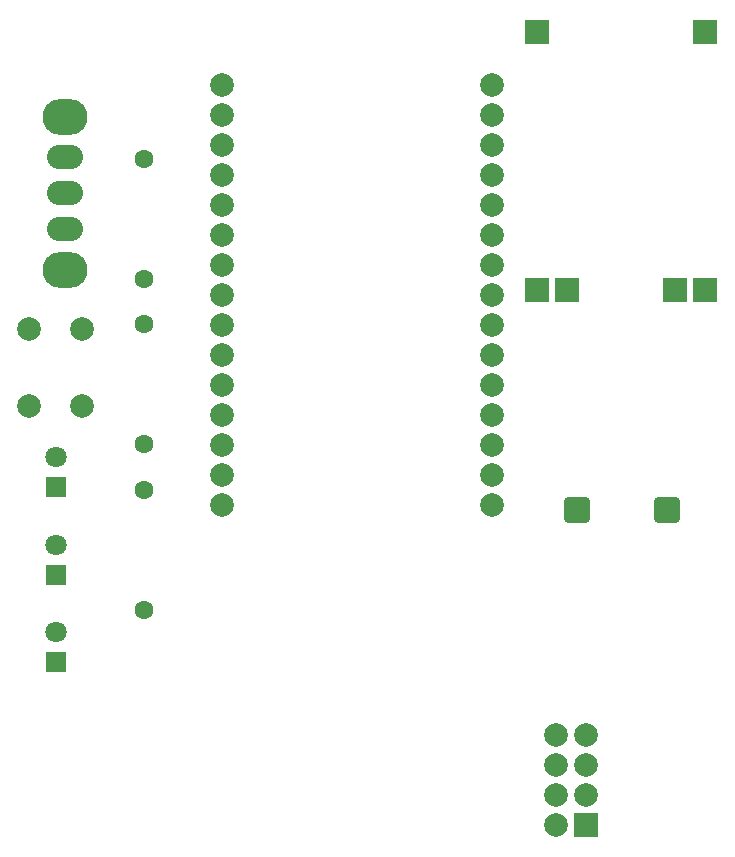
<source format=gbr>
%TF.GenerationSoftware,KiCad,Pcbnew,9.0.3*%
%TF.CreationDate,2025-10-27T16:18:56+03:00*%
%TF.ProjectId,ble_jammer_2.4ghz,626c655f-6a61-46d6-9d65-725f322e3467,rev?*%
%TF.SameCoordinates,Original*%
%TF.FileFunction,Soldermask,Bot*%
%TF.FilePolarity,Negative*%
%FSLAX46Y46*%
G04 Gerber Fmt 4.6, Leading zero omitted, Abs format (unit mm)*
G04 Created by KiCad (PCBNEW 9.0.3) date 2025-10-27 16:18:56*
%MOMM*%
%LPD*%
G01*
G04 APERTURE LIST*
G04 Aperture macros list*
%AMRoundRect*
0 Rectangle with rounded corners*
0 $1 Rounding radius*
0 $2 $3 $4 $5 $6 $7 $8 $9 X,Y pos of 4 corners*
0 Add a 4 corners polygon primitive as box body*
4,1,4,$2,$3,$4,$5,$6,$7,$8,$9,$2,$3,0*
0 Add four circle primitives for the rounded corners*
1,1,$1+$1,$2,$3*
1,1,$1+$1,$4,$5*
1,1,$1+$1,$6,$7*
1,1,$1+$1,$8,$9*
0 Add four rect primitives between the rounded corners*
20,1,$1+$1,$2,$3,$4,$5,0*
20,1,$1+$1,$4,$5,$6,$7,0*
20,1,$1+$1,$6,$7,$8,$9,0*
20,1,$1+$1,$8,$9,$2,$3,0*%
G04 Aperture macros list end*
%ADD10R,1.800000X1.800000*%
%ADD11C,1.800000*%
%ADD12C,2.000000*%
%ADD13RoundRect,0.250000X-0.825000X-0.825000X0.825000X-0.825000X0.825000X0.825000X-0.825000X0.825000X0*%
%ADD14O,3.810000X3.052000*%
%ADD15O,3.048000X2.032000*%
%ADD16R,2.032000X2.032000*%
%ADD17R,2.000000X2.000000*%
%ADD18C,1.600000*%
G04 APERTURE END LIST*
D10*
%TO.C,D2*%
X47500269Y-86097548D03*
D11*
X47500269Y-83557548D03*
%TD*%
D12*
%TO.C,ESP8266*%
X61600000Y-44650000D03*
X61600000Y-67510000D03*
X84460000Y-54810000D03*
X84460000Y-44650000D03*
X61600000Y-47190000D03*
X61600000Y-64970000D03*
X84460000Y-47190000D03*
X84460000Y-57350000D03*
X61600000Y-49730000D03*
X84460000Y-49730000D03*
X61600000Y-52270000D03*
X84460000Y-52270000D03*
X61600000Y-54810000D03*
X61600000Y-57350000D03*
X61600000Y-59890000D03*
X84460000Y-59890000D03*
X61600000Y-62430000D03*
X84460000Y-62430000D03*
X84460000Y-64970000D03*
X84460000Y-67510000D03*
X61600000Y-70050000D03*
X84460000Y-70050000D03*
X61600000Y-72590000D03*
X84460000Y-72590000D03*
X61600000Y-75130000D03*
X84460000Y-75130000D03*
X61600000Y-77670000D03*
X84460000Y-77670000D03*
X61600000Y-80210000D03*
X84460000Y-80210000D03*
%TD*%
D13*
%TO.C,J2*%
X91600000Y-80600000D03*
%TD*%
D14*
%TO.C,SW2*%
X48257000Y-47323000D03*
X48257000Y-60277000D03*
D15*
X48257000Y-50752000D03*
X48257000Y-53800000D03*
X48257000Y-56848000D03*
%TD*%
D10*
%TO.C,D1*%
X47500269Y-78725048D03*
D11*
X47500269Y-76185048D03*
%TD*%
D13*
%TO.C,J1*%
X99200000Y-80600000D03*
%TD*%
D16*
%TO.C,TP4056*%
X102500000Y-40156000D03*
X102500000Y-62000000D03*
X99960000Y-62000000D03*
X88276000Y-40156000D03*
X90816000Y-62000000D03*
X88276000Y-62000000D03*
%TD*%
D17*
%TO.C,nRF24L01+1*%
X92420000Y-107285000D03*
D12*
X89880000Y-107285000D03*
X92420000Y-104745000D03*
X89880000Y-104745000D03*
X92420000Y-102205000D03*
X89880000Y-102205000D03*
X92420000Y-99665000D03*
X89880000Y-99665000D03*
%TD*%
D18*
%TO.C,R2*%
X55000000Y-75080000D03*
X55000000Y-64920000D03*
%TD*%
%TO.C,R1*%
X55000000Y-61080000D03*
X55000000Y-50920000D03*
%TD*%
D10*
%TO.C,D3*%
X47500269Y-93470048D03*
D11*
X47500269Y-90930048D03*
%TD*%
D12*
%TO.C,SW1*%
X45250269Y-71792548D03*
X45250269Y-65292548D03*
X49750269Y-71792548D03*
X49750269Y-65292548D03*
%TD*%
D18*
%TO.C,R3*%
X55000000Y-89080000D03*
X55000000Y-78920000D03*
%TD*%
M02*

</source>
